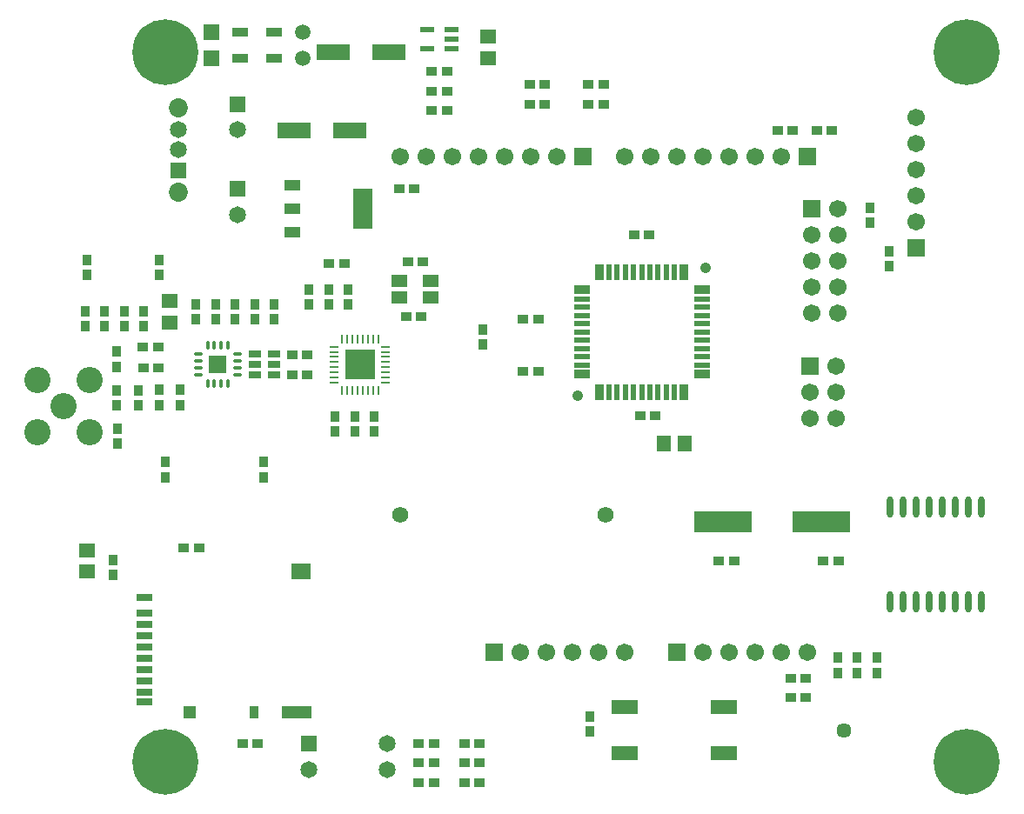
<source format=gts>
*
%LPD*%
%LNSABOTEN2-MT*%
%FSLAX25Y25*%
%MOIN*%
%AD*%
%AD*%
%ADD28R,0.118109843X0.118109843*%
%ADD41R,0.064959843X0.064959843*%
%ADD42C,0.064959843*%
%ADD47R,0.067X0.067*%
%ADD48C,0.067*%
%ADD53C,0.252*%
%ADD60R,0.059059843X0.059059843*%
%ADD61C,0.059059843*%
%ADD74C,0.100429921*%
%ADD75C,0.062*%
%ADD76R,0.064990157X0.064990157*%
%ADD77C,0.064990157*%
%ADD78C,0.072870079*%
%ADD79C,0.057*%
%ADD90R,0.066929921X0.066929921*%
%ADD103R,0.125979921X0.062990157*%
%ADD112O,0.039370079X0.011809843*%
%ADD113O,0.011809843X0.039370079*%
%ADD116R,0.055120079X0.023620079*%
%ADD118O,0.009840157X0.039370079*%
%ADD126O,0.023620079X0.082679921*%
%ADD129R,0.047X0.027*%
%ADD130R,0.037X0.041*%
%ADD131R,0.041X0.037*%
%ADD132R,0.06X0.052*%
%ADD133R,0.052X0.06*%
%ADD134R,0.100429921X0.057120079*%
%ADD135R,0.061059843X0.029559843*%
%ADD136R,0.0335X0.049240157*%
%ADD137R,0.049240157X0.049240157*%
%ADD138R,0.112240157X0.049240157*%
%ADD139R,0.0768X0.064990157*%
%ADD140R,0.062X0.042*%
%ADD141R,0.072X0.152*%
%ADD142R,0.032X0.062*%
%ADD143R,0.022X0.062*%
%ADD144R,0.062X0.032*%
%ADD145R,0.062X0.022*%
%ADD146C,0.042*%
%ADD147R,0.064990157X0.047279921*%
%ADD148R,0.219X0.082*%
%ADD149R,0.059059843X0.035429921*%
%ADD150O,0.039370079X0.009840157*%
G54D28*
%SRX1Y1I0.0J0.0*%
G1X241729Y244632D3*
G54D41*
G1X194629Y311932D3*
G1X194629Y344432D3*
G1X222129Y99432D3*
G54D42*
G1X194629Y302089D3*
G1X194629Y334589D3*
G1X222129Y89432D3*
G1X252129Y89432D3*
G1X252129Y99432D3*
G54D47*
G1X414129Y244232D3*
G1X293129Y134432D3*
G1X327129Y324432D3*
G1X363129Y134432D3*
G1X413129Y324432D3*
G1X414629Y304432D3*
G1X454629Y289432D3*
G54D48*
G1X424129Y244232D3*
G1X414129Y234232D3*
G1X424129Y234232D3*
G1X414129Y224232D3*
G1X424129Y224232D3*
G1X303129Y134432D3*
G1X313129Y134432D3*
G1X323129Y134432D3*
G1X333129Y134432D3*
G1X343129Y134432D3*
G1X317129Y324432D3*
G1X307129Y324432D3*
G1X297129Y324432D3*
G1X287129Y324432D3*
G1X277129Y324432D3*
G1X267129Y324432D3*
G1X257129Y324432D3*
G1X373129Y134432D3*
G1X383129Y134432D3*
G1X393129Y134432D3*
G1X403129Y134432D3*
G1X413129Y134432D3*
G1X403129Y324432D3*
G1X393129Y324432D3*
G1X383129Y324432D3*
G1X373129Y324432D3*
G1X363129Y324432D3*
G1X353129Y324432D3*
G1X343129Y324432D3*
G1X424629Y304432D3*
G1X414629Y294432D3*
G1X424629Y294432D3*
G1X414629Y284432D3*
G1X424629Y284432D3*
G1X414629Y274432D3*
G1X424629Y274432D3*
G1X414629Y264432D3*
G1X424629Y264432D3*
G1X454629Y299432D3*
G1X454629Y309432D3*
G1X454629Y319432D3*
G1X454629Y329432D3*
G1X454629Y339432D3*
G54D53*
G1X167129Y364432D3*
G1X474129Y364432D3*
G1X167129Y92432D3*
G1X474129Y92432D3*
G54D60*
G1X184609Y361932D3*
G1X184609Y371932D3*
G54D61*
G1X219648Y361932D3*
G1X219648Y371932D3*
G54D74*
G1X128129Y228605D3*
G1X138129Y218605D3*
G1X138129Y238605D3*
G1X118129Y218605D3*
G1X118129Y238605D3*
G54D75*
G1X257011Y186932D3*
G1X335751Y186932D3*
G54D76*
G1X172129Y319058D3*
G54D77*
G1X172129Y326932D3*
G1X172129Y334806D3*
G54D78*
G1X172129Y343074D3*
G1X172129Y310790D3*
G54D79*
G1X427129Y104432D3*
G54D90*
G1X187129Y244732D3*
G54D103*
G1X216499Y334432D3*
G1X237759Y334432D3*
G1X231499Y364432D3*
G1X252759Y364432D3*
G54D112*
G1X179648Y248571D3*
G1X179648Y246012D3*
G1X179648Y243452D3*
G1X179648Y240893D3*
G1X194609Y240893D3*
G1X194609Y243452D3*
G1X194609Y246012D3*
G1X194609Y248571D3*
G54D113*
G1X183290Y237252D3*
G1X185849Y237252D3*
G1X188408Y237252D3*
G1X190967Y237252D3*
G1X190967Y252212D3*
G1X188408Y252212D3*
G1X185849Y252212D3*
G1X183290Y252212D3*
G54D116*
G1X276853Y365692D3*
G1X276853Y369432D3*
G1X276853Y373172D3*
G1X267404Y373172D3*
G1X267404Y365692D3*
G54D118*
G1X234839Y234789D3*
G1X236807Y234789D3*
G1X238776Y234789D3*
G1X240744Y234789D3*
G1X242713Y234789D3*
G1X244681Y234789D3*
G1X246650Y234789D3*
G1X248618Y234789D3*
G1X248618Y254475D3*
G1X246650Y254475D3*
G1X244681Y254475D3*
G1X242713Y254475D3*
G1X240744Y254475D3*
G1X238776Y254475D3*
G1X236807Y254475D3*
G1X234839Y254475D3*
G54D126*
G1X444629Y153822D3*
G1X449629Y153822D3*
G1X454629Y153822D3*
G1X459629Y153822D3*
G1X464629Y153822D3*
G1X469629Y153822D3*
G1X474629Y153822D3*
G1X479629Y153822D3*
G1X479629Y190042D3*
G1X474629Y190042D3*
G1X469629Y190042D3*
G1X464629Y190042D3*
G1X459629Y190042D3*
G1X454629Y190042D3*
G1X449629Y190042D3*
G1X444629Y190042D3*
G54D129*
G1X201429Y248632D3*
G1X201429Y244732D3*
G1X201429Y240832D3*
G1X208729Y240832D3*
G1X208729Y244732D3*
G1X208729Y248632D3*
G54D130*
G1X136329Y259432D3*
G1X136329Y265232D3*
G1X164929Y235032D3*
G1X164929Y229232D3*
G1X172929Y229232D3*
G1X172929Y235032D3*
G1X186329Y261932D3*
G1X186329Y267732D3*
G1X178829Y261932D3*
G1X178829Y267732D3*
G1X208829Y261932D3*
G1X208829Y267732D3*
G1X222129Y267732D3*
G1X222129Y273532D3*
G1X237129Y267732D3*
G1X237129Y273532D3*
G1X239629Y224832D3*
G1X239629Y219032D3*
G1X247129Y224832D3*
G1X247129Y219032D3*
G1X437129Y299032D3*
G1X437129Y304832D3*
G1X147129Y164032D3*
G1X147129Y169832D3*
G1X444529Y282432D3*
G1X444529Y288232D3*
G1X432129Y132332D3*
G1X432129Y126532D3*
G1X148729Y220232D3*
G1X148729Y214432D3*
G1X148529Y243832D3*
G1X148529Y249632D3*
G1X143829Y259432D3*
G1X143829Y265232D3*
G1X151329Y259432D3*
G1X151329Y265232D3*
G1X158829Y259432D3*
G1X158829Y265232D3*
G1X229629Y273532D3*
G1X229629Y267732D3*
G1X148529Y234832D3*
G1X148529Y229032D3*
G1X156629Y229032D3*
G1X156629Y234832D3*
G1X201329Y261932D3*
G1X201329Y267732D3*
G1X329629Y104032D3*
G1X329629Y109832D3*
G1X232129Y219032D3*
G1X232129Y224832D3*
G1X288829Y258132D3*
G1X288829Y252332D3*
G1X204629Y201532D3*
G1X204629Y207332D3*
G1X167129Y201532D3*
G1X167129Y207332D3*
G1X137129Y279032D3*
G1X137129Y284832D3*
G1X439629Y126532D3*
G1X439629Y132332D3*
G1X424629Y126532D3*
G1X424629Y132332D3*
G1X164629Y279032D3*
G1X164629Y284832D3*
G1X193829Y261932D3*
G1X193829Y267732D3*
G54D131*
G1X164429Y243532D3*
G1X158629Y243532D3*
G1X221429Y240632D3*
G1X215629Y240632D3*
G1X221429Y248532D3*
G1X215629Y248532D3*
G1X229829Y283432D3*
G1X235629Y283432D3*
G1X419229Y169432D3*
G1X425029Y169432D3*
G1X385029Y169432D3*
G1X379229Y169432D3*
G1X265929Y283932D3*
G1X260129Y283932D3*
G1X256729Y311932D3*
G1X262529Y311932D3*
G1X259329Y263132D3*
G1X265129Y263132D3*
G1X310029Y261932D3*
G1X304229Y261932D3*
G1X349029Y225032D3*
G1X354829Y225032D3*
G1X346729Y294432D3*
G1X352529Y294432D3*
G1X270029Y84432D3*
G1X264229Y84432D3*
G1X270029Y91932D3*
G1X264229Y91932D3*
G1X275029Y349432D3*
G1X269229Y349432D3*
G1X270029Y99432D3*
G1X264229Y99432D3*
G1X164329Y251532D3*
G1X158529Y251532D3*
G1X281729Y84432D3*
G1X287529Y84432D3*
G1X306729Y344432D3*
G1X312529Y344432D3*
G1X312529Y351932D3*
G1X306729Y351932D3*
G1X304229Y241932D3*
G1X310029Y241932D3*
G1X281729Y99432D3*
G1X287529Y99432D3*
G1X412529Y124432D3*
G1X406729Y124432D3*
G1X412529Y116932D3*
G1X406729Y116932D3*
G1X281729Y91932D3*
G1X287529Y91932D3*
G1X401729Y334432D3*
G1X407529Y334432D3*
G1X416729Y334432D3*
G1X422529Y334432D3*
G1X202529Y99432D3*
G1X196729Y99432D3*
G1X174229Y174432D3*
G1X180029Y174432D3*
G1X335029Y351932D3*
G1X329229Y351932D3*
G1X329229Y344432D3*
G1X335029Y344432D3*
G1X269229Y356932D3*
G1X275029Y356932D3*
G1X269229Y341932D3*
G1X275029Y341932D3*
G54D132*
G1X168829Y260732D3*
G1X168829Y268932D3*
G1X290629Y370432D3*
G1X290629Y362232D3*
G1X137129Y165332D3*
G1X137129Y173532D3*
G54D133*
G1X358029Y214432D3*
G1X366229Y214432D3*
G54D134*
G1X343231Y95574D3*
G1X381026Y95574D3*
G1X381026Y113290D3*
G1X343231Y113290D3*
G54D135*
G1X159038Y149432D3*
G1X159038Y145101D3*
G1X159038Y140771D3*
G1X159038Y136440D3*
G1X159038Y132109D3*
G1X159038Y127778D3*
G1X159038Y123448D3*
G1X159038Y119117D3*
G1X159038Y115377D3*
G1X159038Y155534D3*
G54D136*
G1X200967Y111243D3*
G54D137*
G1X176558Y111243D3*
G54D138*
G1X217306Y111243D3*
G54D139*
G1X219077Y165377D3*
G54D140*
G1X215929Y313432D3*
G1X215929Y304432D3*
G1X215929Y295432D3*
G54D141*
G1X242929Y304432D3*
G54D142*
G1X333429Y234232D3*
G1X365929Y234232D3*
G1X365929Y280232D3*
G1X333429Y280232D3*
G54D143*
G1X337029Y234232D3*
G1X340229Y234232D3*
G1X343329Y234232D3*
G1X346529Y234232D3*
G1X349629Y234232D3*
G1X352829Y234232D3*
G1X355929Y234232D3*
G1X359129Y234232D3*
G1X362229Y234232D3*
G1X362229Y280232D3*
G1X359129Y280232D3*
G1X355929Y280232D3*
G1X352829Y280232D3*
G1X349629Y280232D3*
G1X346529Y280232D3*
G1X343329Y280232D3*
G1X340229Y280232D3*
G1X337029Y280232D3*
G54D144*
G1X372729Y240932D3*
G1X372729Y273432D3*
G1X326729Y273432D3*
G1X326729Y240932D3*
G54D145*
G1X372729Y244532D3*
G1X372729Y247732D3*
G1X372729Y250832D3*
G1X372729Y254032D3*
G1X372729Y257132D3*
G1X372729Y260332D3*
G1X372729Y263432D3*
G1X372729Y266632D3*
G1X372729Y269732D3*
G1X326729Y269732D3*
G1X326729Y266632D3*
G1X326729Y263432D3*
G1X326729Y260332D3*
G1X326729Y257132D3*
G1X326729Y254032D3*
G1X326729Y250832D3*
G1X326729Y247732D3*
G1X326729Y244532D3*
G54D146*
G1X325229Y232732D3*
G1X374229Y281732D3*
G54D147*
G1X268629Y276632D3*
G1X256818Y276632D3*
G1X256818Y270333D3*
G1X268629Y270333D3*
G54D148*
G1X418429Y184432D3*
G1X380829Y184432D3*
G54D149*
G1X195633Y361932D3*
G1X208625Y361932D3*
G1X195633Y371932D3*
G1X208625Y371932D3*
G54D150*
G1X231886Y251522D3*
G1X231886Y249553D3*
G1X231886Y247585D3*
G1X231886Y245616D3*
G1X231886Y243648D3*
G1X231886Y241679D3*
G1X231886Y239711D3*
G1X231886Y237742D3*
G1X251571Y237742D3*
G1X251571Y239711D3*
G1X251571Y241679D3*
G1X251571Y243648D3*
G1X251571Y245616D3*
G1X251571Y247585D3*
G1X251571Y249553D3*
G1X251571Y251522D3*
M2*

</source>
